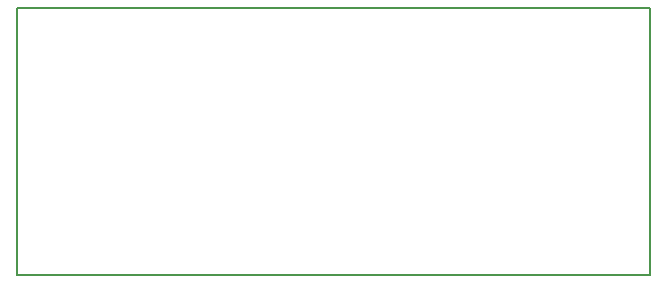
<source format=gko>
G04*
G04 #@! TF.GenerationSoftware,Altium Limited,Altium Designer,22.10.1 (41)*
G04*
G04 Layer_Color=16711935*
%FSLAX25Y25*%
%MOIN*%
G70*
G04*
G04 #@! TF.SameCoordinates,E3A0FBDB-8A8B-4B96-B359-3B6F4FC795B9*
G04*
G04*
G04 #@! TF.FilePolarity,Positive*
G04*
G01*
G75*
%ADD12C,0.00500*%
D12*
X-500Y-1500D02*
Y87500D01*
X210500D01*
Y-1500D02*
Y87500D01*
X-500Y-1500D02*
X210500D01*
M02*

</source>
